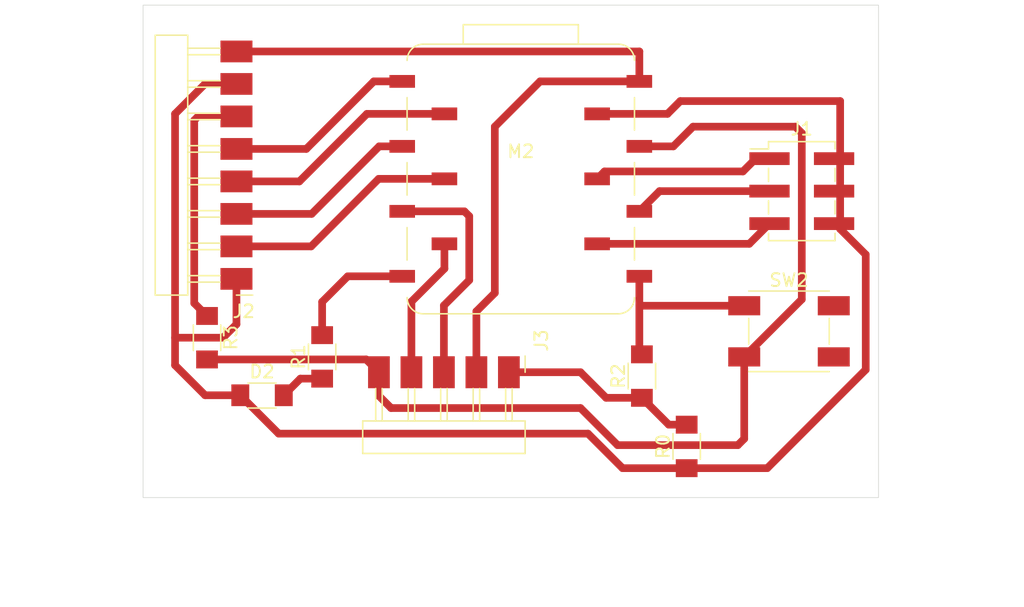
<source format=kicad_pcb>
(kicad_pcb (version 20240108) (generator "pcbnew") (generator_version "8.0")
  (layers (0 "F.Cu" signal) (31 "B.Cu" signal) (34 "B.Paste" user) (35 "F.Paste" user) (36 "B.SilkS" user "B.Silkscreen") (37 "F.SilkS" user "F.Silkscreen") (38 "B.Mask" user) (39 "F.Mask" user) (44 "Edge.Cuts" user))
  (net 0 "")
  (net 1 "Net-(D2-A)")
  (net 2 "PWR_GND")
  (net 3 "PWR_5V")
  (net 4 "PWR_3V3")
  (net 5 "A9")
  (net 6 "A10")
  (net 7 "A8")
  (net 8 "A3")
  (net 9 "A0")
  (net 10 "A2")
  (net 11 "A1")
  (net 12 "SDA")
  (net 13 "SCL")
  (net 14 "A6")
  (net 15 "A7")
  (footprint "fab_footprints:R_1206" (layer "F.Cu") (at 122 58.5 90)
    (property "Reference" "R1" (at 0 -1.85 -90) (layer "F.SilkS"))
    (property "Value" "1k")
    (fp_line (start -1 -1.07) (end 1 -1.07) (stroke (width 0.12)) (layer "F.SilkS"))
    (fp_line (start 1 1.07) (end -1 1.07) (stroke (width 0.12)) (layer "F.SilkS"))
    (pad "1" smd rect (at -1.7 0 90) (size 1.4 1.7) (layers "F.Cu" "F.Paste" "F.Mask") (net 1 "Net-(D2-A)"))
    (pad "2" smd rect (at 1.7 0 90) (size 1.4 1.7) (layers "F.Cu" "F.Paste" "F.Mask") (net 14 "A6"))
  )
  (footprint "fab_footprints:PinHeader_2x03_P2.54mm_Vertical_SMD" (layer "F.Cu") (at 159.5 45.54)
    (property "Reference" "J1" (at 0 -4.87 0) (layer "F.SilkS"))
    (property "Value" "Conn_PinHeader_2x03_P2.54mm_Vertical_SMD")
    (fp_line (start -4.04 -3.3) (end -2.6 -3.3) (stroke (width 0.12)) (layer "F.SilkS"))
    (fp_line (start -2.6 -3.87) (end -2.6 -3.3) (stroke (width 0.12)) (layer "F.SilkS"))
    (fp_line (start -2.6 -3.87) (end 2.6 -3.87) (stroke (width 0.12)) (layer "F.SilkS"))
    (fp_line (start -2.6 -1.78) (end -2.6 -0.76) (stroke (width 0.12)) (layer "F.SilkS"))
    (fp_line (start -2.6 0.76) (end -2.6 1.78) (stroke (width 0.12)) (layer "F.SilkS"))
    (fp_line (start -2.6 3.3) (end -2.6 3.87) (stroke (width 0.12)) (layer "F.SilkS"))
    (fp_line (start -2.6 3.87) (end 2.6 3.87) (stroke (width 0.12)) (layer "F.SilkS"))
    (fp_line (start 2.6 -3.87) (end 2.6 -3.3) (stroke (width 0.12)) (layer "F.SilkS"))
    (fp_line (start 2.6 -1.78) (end 2.6 -0.76) (stroke (width 0.12)) (layer "F.SilkS"))
    (fp_line (start 2.6 0.76) (end 2.6 1.78) (stroke (width 0.12)) (layer "F.SilkS"))
    (fp_line (start 2.6 3.3) (end 2.6 3.87) (stroke (width 0.12)) (layer "F.SilkS"))
    (pad "1" smd rect (at -2.525 -2.54) (size 3.15 1) (layers "F.Cu" "F.Paste" "F.Mask") (net 6 "A10"))
    (pad "2" smd rect (at 2.525 -2.54) (size 3.15 1) (layers "F.Cu" "F.Paste" "F.Mask") (net 2 "PWR_GND"))
    (pad "3" smd rect (at -2.525 0) (size 3.15 1) (layers "F.Cu" "F.Paste" "F.Mask") (net 5 "A9"))
    (pad "4" smd rect (at 2.525 0) (size 3.15 1) (layers "F.Cu" "F.Paste" "F.Mask") (net 2 "PWR_GND"))
    (pad "5" smd rect (at -2.525 2.54) (size 3.15 1) (layers "F.Cu" "F.Paste" "F.Mask") (net 7 "A8"))
    (pad "6" smd rect (at 2.525 2.54) (size 3.15 1) (layers "F.Cu" "F.Paste" "F.Mask") (net 2 "PWR_GND"))
  )
  (footprint "fab_footprints:PinHeader_1x05_P2.54mm_Horizontal_SMD" (layer "F.Cu") (at 136.6 59.7 -90)
    (property "Reference" "J3" (at -1.524 -2.54 90) (layer "F.SilkS") (effects (justify left)))
    (property "Value" "Conn_PinHeader_1x05_P2.54mm_Horizontal_SMD")
    (fp_line (start 3.81 11.43) (end 3.81 -1.27) (stroke (width 0.12)) (layer "F.SilkS"))
    (fp_line (start 6.35 11.43) (end 3.81 11.43) (stroke (width 0.12)) (layer "F.SilkS"))
    (fp_line (start 3.81 10.414) (end 1.27 10.414) (stroke (width 0.12)) (layer "F.SilkS"))
    (fp_line (start 3.81 9.906) (end 1.27 9.906) (stroke (width 0.12)) (layer "F.SilkS"))
    (fp_line (start 3.81 7.874) (end 1.27 7.874) (stroke (width 0.12)) (layer "F.SilkS"))
    (fp_line (start 3.81 7.366) (end 1.27 7.366) (stroke (width 0.12)) (layer "F.SilkS"))
    (fp_line (start 3.81 5.334) (end 1.27 5.334) (stroke (width 0.12)) (layer "F.SilkS"))
    (fp_line (start 3.81 4.826) (end 1.27 4.826) (stroke (width 0.12)) (layer "F.SilkS"))
    (fp_line (start 3.81 2.794) (end 1.27 2.794) (stroke (width 0.12)) (layer "F.SilkS"))
    (fp_line (start 3.81 2.286) (end 1.27 2.286) (stroke (width 0.12)) (layer "F.SilkS"))
    (fp_line (start 3.81 0.254) (end 1.27 0.254) (stroke (width 0.12)) (layer "F.SilkS"))
    (fp_line (start 3.81 -0.254) (end 1.27 -0.254) (stroke (width 0.12)) (layer "F.SilkS"))
    (fp_line (start -1.27 -1.27) (end 0 -1.27) (stroke (width 0.12)) (layer "F.SilkS"))
    (fp_line (start 3.81 -1.27) (end 6.35 -1.27) (stroke (width 0.12)) (layer "F.SilkS"))
    (fp_line (start 6.35 -1.27) (end 6.35 11.43) (stroke (width 0.12)) (layer "F.SilkS"))
    (pad "1" smd rect (at 0 0 270) (size 2.5 1.7) (layers "F.Cu" "F.Paste" "F.Mask") (net 2 "PWR_GND"))
    (pad "2" smd rect (at 0 2.54 270) (size 2.5 1.7) (layers "F.Cu" "F.Paste" "F.Mask") (net 3 "PWR_5V"))
    (pad "3" smd rect (at 0 5.08 270) (size 2.5 1.7) (layers "F.Cu" "F.Paste" "F.Mask") (net 12 "SDA"))
    (pad "4" smd rect (at 0 7.62 270) (size 2.5 1.7) (layers "F.Cu" "F.Paste" "F.Mask") (net 13 "SCL"))
    (pad "5" smd rect (at 0 10.16 270) (size 2.5 1.7) (layers "F.Cu" "F.Paste" "F.Mask") (net 4 "PWR_3V3"))
  )
  (footprint "fab_footprints:R_1206" (layer "F.Cu") (at 147 60 90)
    (property "Reference" "R2" (at 0 -1.85 -90) (layer "F.SilkS"))
    (property "Value" "R470")
    (fp_line (start -1 -1.07) (end 1 -1.07) (stroke (width 0.12)) (layer "F.SilkS"))
    (fp_line (start 1 1.07) (end -1 1.07) (stroke (width 0.12)) (layer "F.SilkS"))
    (pad "1" smd rect (at -1.7 0 90) (size 1.4 1.7) (layers "F.Cu" "F.Paste" "F.Mask") (net 2 "PWR_GND"))
    (pad "2" smd rect (at 1.7 0 90) (size 1.4 1.7) (layers "F.Cu" "F.Paste" "F.Mask") (net 15 "A7"))
  )
  (footprint "fab_footprints:SeeedStudio_XIAO_SocketSMD" (layer "F.Cu") (at 137.53 44.58)
    (property "Reference" "M2" (at 0.0025 -2.149 0) (layer "F.SilkS"))
    (property "Value" "Module_XIAO-RP2040_SocketSMD")
    (fp_line (start -8.89 -6.35) (end -8.89 -3.81) (stroke (width 0.12)) (layer "F.SilkS"))
    (fp_line (start -8.89 -1.27) (end -8.89 1.27) (stroke (width 0.12)) (layer "F.SilkS"))
    (fp_line (start -8.89 3.81) (end -8.89 6.35) (stroke (width 0.12)) (layer "F.SilkS"))
    (fp_line (start -7.6175 -10.531) (end 7.6225 -10.531) (stroke (width 0.12)) (layer "F.SilkS"))
    (fp_line (start 7.6225 10.551) (end -7.6175 10.551) (stroke (width 0.12)) (layer "F.SilkS"))
    (fp_line (start 8.89 -6.35) (end 8.89 -3.81) (stroke (width 0.12)) (layer "F.SilkS"))
    (fp_line (start 8.89 -1.27) (end 8.89 1.27) (stroke (width 0.12)) (layer "F.SilkS"))
    (fp_line (start 8.89 3.81) (end 8.89 6.35) (stroke (width 0.12)) (layer "F.SilkS"))
    (fp_rect (start -4.4975 -10.531) (end 4.5025 -12.055) (stroke (width 0.12)) (fill none) (layer "F.SilkS"))
    (fp_arc (start -8.8875 -9.261) (mid -8.515526 -10.159026) (end -7.6175 -10.531) (stroke (width 0.12)) (layer "F.SilkS"))
    (fp_arc (start -7.6175 10.551) (mid -8.515526 10.179026) (end -8.8875 9.281) (stroke (width 0.12)) (layer "F.SilkS"))
    (fp_arc (start 7.6225 -10.531) (mid 8.520526 -10.159026) (end 8.8925 -9.261) (stroke (width 0.12)) (layer "F.SilkS"))
    (fp_arc (start 8.8925 9.281) (mid 8.520526 10.179026) (end 7.6225 10.551) (stroke (width 0.12)) (layer "F.SilkS"))
    (pad "1" smd rect (at -9.27 -7.62) (size 2 1) (layers "F.Cu" "F.Paste" "F.Mask") (net 9 "A0"))
    (pad "2" smd rect (at -5.97 -5.08) (size 2 1) (layers "F.Cu" "F.Paste" "F.Mask") (net 11 "A1"))
    (pad "3" smd rect (at -9.27 -2.54) (size 2 1) (layers "F.Cu" "F.Paste" "F.Mask") (net 10 "A2"))
    (pad "4" smd rect (at -5.97 0) (size 2 1) (layers "F.Cu" "F.Paste" "F.Mask") (net 8 "A3"))
    (pad "5" smd rect (at -9.27 2.54) (size 2 1) (layers "F.Cu" "F.Paste" "F.Mask") (net 12 "SDA"))
    (pad "6" smd rect (at -5.97 5.08) (size 2 1) (layers "F.Cu" "F.Paste" "F.Mask") (net 13 "SCL"))
    (pad "7" smd rect (at -9.27 7.62) (size 2 1) (layers "F.Cu" "F.Paste" "F.Mask") (net 14 "A6"))
    (pad "8" smd rect (at 9.27 7.62) (size 2 1) (layers "F.Cu" "F.Paste" "F.Mask") (net 15 "A7"))
    (pad "9" smd rect (at 5.97 5.08) (size 2 1) (layers "F.Cu" "F.Paste" "F.Mask") (net 7 "A8"))
    (pad "10" smd rect (at 9.27 2.54) (size 2 1) (layers "F.Cu" "F.Paste" "F.Mask") (net 5 "A9"))
    (pad "11" smd rect (at 5.97 0) (size 2 1) (layers "F.Cu" "F.Paste" "F.Mask") (net 6 "A10"))
    (pad "12" smd rect (at 9.27 -2.54) (size 2 1) (layers "F.Cu" "F.Paste" "F.Mask") (net 4 "PWR_3V3"))
    (pad "13" smd rect (at 5.97 -5.08) (size 2 1) (layers "F.Cu" "F.Paste" "F.Mask") (net 2 "PWR_GND"))
    (pad "14" smd rect (at 9.27 -7.62) (size 2 1) (layers "F.Cu" "F.Paste" "F.Mask") (net 3 "PWR_5V"))
  )
  (footprint "fab_footprints:Button_Omron_B3SN_6.0x6.0mm" (layer "F.Cu") (at 158.5 56.5)
    (property "Reference" "SW2" (at 0 -4 0) (layer "F.SilkS"))
    (property "Value" "Switch_Tactile_Omron")
    (fp_line (start -3.15 -3.15) (end 3.15 -3.15) (stroke (width 0.12)) (layer "F.SilkS"))
    (fp_line (start -3.15 1) (end -3.15 -1) (stroke (width 0.12)) (layer "F.SilkS"))
    (fp_line (start 3.15 -1) (end 3.15 1) (stroke (width 0.12)) (layer "F.SilkS"))
    (fp_line (start 3.15 3.15) (end -3.15 3.15) (stroke (width 0.12)) (layer "F.SilkS"))
    (pad "1" smd rect (at -3.5 -2) (size 2.5 1.5) (layers "F.Cu" "F.Paste" "F.Mask") (net 15 "A7"))
    (pad "1" smd rect (at 3.5 -2) (size 2.5 1.5) (layers "F.Cu" "F.Paste" "F.Mask") (net 15 "A7"))
    (pad "2" smd rect (at -3.5 2) (size 2.5 1.5) (layers "F.Cu" "F.Paste" "F.Mask") (net 4 "PWR_3V3"))
    (pad "2" smd rect (at 3.5 2) (size 2.5 1.5) (layers "F.Cu" "F.Paste" "F.Mask") (net 4 "PWR_3V3"))
  )
  (footprint "fab_footprints:R_1206" (layer "F.Cu") (at 150.5 65.5 90)
    (property "Reference" "R0" (at 0 -1.85 -90) (layer "F.SilkS"))
    (property "Value" "0")
    (fp_line (start -1 -1.07) (end 1 -1.07) (stroke (width 0.12)) (layer "F.SilkS"))
    (fp_line (start 1 1.07) (end -1 1.07) (stroke (width 0.12)) (layer "F.SilkS"))
    (pad "1" smd rect (at -1.7 0 90) (size 1.4 1.7) (layers "F.Cu" "F.Paste" "F.Mask") (net 2 "PWR_GND"))
    (pad "2" smd rect (at 1.7 0 90) (size 1.4 1.7) (layers "F.Cu" "F.Paste" "F.Mask") (net 2 "PWR_GND"))
  )
  (footprint "fab_footprints:PinHeader_1x08_P2.54mm_Horizontal_SMD" (layer "F.Cu") (at 115.3 52.4 180)
    (property "Reference" "J2" (at -1.524 -2.54 180) (layer "F.SilkS") (effects (justify right)))
    (property "Value" "Conn_PinHeader_1x08_P2.54mm_Horizontal_SMD")
    (fp_line (start 6.35 19.05) (end 3.81 19.05) (stroke (width 0.12)) (layer "F.SilkS"))
    (fp_line (start 6.35 -1.27) (end 6.35 19.05) (stroke (width 0.12)) (layer "F.SilkS"))
    (fp_line (start 3.81 19.05) (end 3.81 -1.27) (stroke (width 0.12)) (layer "F.SilkS"))
    (fp_line (start 3.81 18.034) (end 1.27 18.034) (stroke (width 0.12)) (layer "F.SilkS"))
    (fp_line (start 3.81 17.526) (end 1.27 17.526) (stroke (width 0.12)) (layer "F.SilkS"))
    (fp_line (start 3.81 15.494) (end 1.27 15.494) (stroke (width 0.12)) (layer "F.SilkS"))
    (fp_line (start 3.81 14.986) (end 1.27 14.986) (stroke (width 0.12)) (layer "F.SilkS"))
    (fp_line (start 3.81 12.954) (end 1.27 12.954) (stroke (width 0.12)) (layer "F.SilkS"))
    (fp_line (start 3.81 12.446) (end 1.27 12.446) (stroke (width 0.12)) (layer "F.SilkS"))
    (fp_line (start 3.81 10.414) (end 1.27 10.414) (stroke (width 0.12)) (layer "F.SilkS"))
    (fp_line (start 3.81 9.906) (end 1.27 9.906) (stroke (width 0.12)) (layer "F.SilkS"))
    (fp_line (start 3.81 7.874) (end 1.27 7.874) (stroke (width 0.12)) (layer "F.SilkS"))
    (fp_line (start 3.81 7.366) (end 1.27 7.366) (stroke (width 0.12)) (layer "F.SilkS"))
    (fp_line (start 3.81 5.334) (end 1.27 5.334) (stroke (width 0.12)) (layer "F.SilkS"))
    (fp_line (start 3.81 4.826) (end 1.27 4.826) (stroke (width 0.12)) (layer "F.SilkS"))
    (fp_line (start 3.81 2.794) (end 1.27 2.794) (stroke (width 0.12)) (layer "F.SilkS"))
    (fp_line (start 3.81 2.286) (end 1.27 2.286) (stroke (width 0.12)) (layer "F.SilkS"))
    (fp_line (start 3.81 0.254) (end 1.27 0.254) (stroke (width 0.12)) (layer "F.SilkS"))
    (fp_line (start 3.81 -0.254) (end 1.27 -0.254) (stroke (width 0.12)) (layer "F.SilkS"))
    (fp_line (start 3.81 -1.27) (end 6.35 -1.27) (stroke (width 0.12)) (layer "F.SilkS"))
    (fp_line (start -1.27 -1.27) (end 0 -1.27) (stroke (width 0.12)) (layer "F.SilkS"))
    (pad "1" smd rect (at 0 0 180) (size 2.5 1.7) (layers "F.Cu" "F.Paste" "F.Mask") (net 2 "PWR_GND"))
    (pad "2" smd rect (at 0 2.54 180) (size 2.5 1.7) (layers "F.Cu" "F.Paste" "F.Mask") (net 8 "A3"))
    (pad "3" smd rect (at 0 5.08 180) (size 2.5 1.7) (layers "F.Cu" "F.Paste" "F.Mask") (net 10 "A2"))
    (pad "4" smd rect (at 0 7.62 180) (size 2.5 1.7) (layers "F.Cu" "F.Paste" "F.Mask") (net 11 "A1"))
    (pad "5" smd rect (at 0 10.16 180) (size 2.5 1.7) (layers "F.Cu" "F.Paste" "F.Mask") (net 9 "A0"))
    (pad "6" smd rect (at 0 12.7 180) (size 2.5 1.7) (layers "F.Cu" "F.Paste" "F.Mask") (net 4 "PWR_3V3"))
    (pad "7" smd rect (at 0 15.24 180) (size 2.5 1.7) (layers "F.Cu" "F.Paste" "F.Mask") (net 2 "PWR_GND"))
    (pad "8" smd rect (at 0 17.78 180) (size 2.5 1.7) (layers "F.Cu" "F.Paste" "F.Mask") (net 3 "PWR_5V"))
  )
  (footprint "fab_footprints:LED_1206" (layer "F.Cu") (at 117.3 61.5)
    (property "Reference" "D2" (at 0 -1.85 0) (layer "F.SilkS"))
    (property "Value" "LED_1206")
    (fp_line (start -1.1 -0.95) (end 1.1 -0.95) (stroke (width 0.12)) (layer "F.SilkS"))
    (fp_line (start -1.1 1) (end 1.1 1) (stroke (width 0.12)) (layer "F.SilkS"))
    (pad "1" smd rect (at -1.7 0) (size 1.4 1.7) (layers "F.Cu" "F.Paste" "F.Mask") (net 2 "PWR_GND"))
    (pad "2" smd rect (at 1.7 0) (size 1.4 1.7) (layers "F.Cu" "F.Paste" "F.Mask") (net 1 "Net-(D2-A)"))
  )
  (footprint "fab_footprints:R_1206" (layer "F.Cu") (at 113 57 -90)
    (property "Reference" "R3" (at 0 -1.85 90) (layer "F.SilkS"))
    (property "Value" "0")
    (fp_line (start 1 1.07) (end -1 1.07) (stroke (width 0.12)) (layer "F.SilkS"))
    (fp_line (start -1 -1.07) (end 1 -1.07) (stroke (width 0.12)) (layer "F.SilkS"))
    (pad "1" smd rect (at -1.7 0 270) (size 1.4 1.7) (layers "F.Cu" "F.Paste" "F.Mask") (net 4 "PWR_3V3"))
    (pad "2" smd rect (at 1.7 0 270) (size 1.4 1.7) (layers "F.Cu" "F.Paste" "F.Mask") (net 4 "PWR_3V3"))
  )
  (gr_rect (start 108 31) (end 165.5 69.5) (stroke (width 0.05)) (fill none) (layer "Edge.Cuts"))
  (segment (start 120.3 60.2) (end 119 61.5) (width 0.6) (layer "F.Cu") (net 1))
  (segment (start 122 60.2) (end 120.3 60.2) (width 0.6) (layer "F.Cu") (net 1))
  (segment (start 143.5 39.5) (end 149 39.5) (width 0.6) (layer "F.Cu") (net 2))
  (segment (start 110.5 59.15) (end 112.85 61.5) (width 0.6) (layer "F.Cu") (net 2))
  (segment (start 110.5 57) (end 114.25 57) (width 0.6) (layer "F.Cu") (net 2))
  (segment (start 149.1 63.8) (end 147 61.7) (width 0.6) (layer "F.Cu") (net 2))
  (segment (start 145.485786 67.2) (end 150.5 67.2) (width 0.6) (layer "F.Cu") (net 2))
  (segment (start 118.6 64.5) (end 142.785786 64.5) (width 0.6) (layer "F.Cu") (net 2))
  (segment (start 164.5 59.5) (end 156.8 67.2) (width 0.6) (layer "F.Cu") (net 2))
  (segment (start 150.5 63.8) (end 149.1 63.8) (width 0.6) (layer "F.Cu") (net 2))
  (segment (start 110.5 39.5) (end 110.5 59.15) (width 0.6) (layer "F.Cu") (net 2))
  (segment (start 142.785786 64.5) (end 145.485786 67.2) (width 0.6) (layer "F.Cu") (net 2))
  (segment (start 142.2 59.7) (end 136.6 59.7) (width 0.6) (layer "F.Cu") (net 2))
  (segment (start 115.3 37.16) (end 112.84 37.16) (width 0.6) (layer "F.Cu") (net 2))
  (segment (start 115.6 61.5) (end 118.6 64.5) (width 0.6) (layer "F.Cu") (net 2))
  (segment (start 112.84 37.16) (end 110.5 39.5) (width 0.6) (layer "F.Cu") (net 2))
  (segment (start 144.2 61.7) (end 142.2 59.7) (width 0.6) (layer "F.Cu") (net 2))
  (segment (start 147 61.7) (end 144.2 61.7) (width 0.6) (layer "F.Cu") (net 2))
  (segment (start 149 39.5) (end 150 38.5) (width 0.6) (layer "F.Cu") (net 2))
  (segment (start 114.25 57) (end 115.3 55.95) (width 0.6) (layer "F.Cu") (net 2))
  (segment (start 164.5 50.5) (end 164.5 59.5) (width 0.6) (layer "F.Cu") (net 2))
  (segment (start 162.5 48.5) (end 164.5 50.5) (width 0.6) (layer "F.Cu") (net 2))
  (segment (start 156.8 67.2) (end 150.5 67.2) (width 0.6) (layer "F.Cu") (net 2))
  (segment (start 115.3 55.95) (end 115.3 52.4) (width 0.6) (layer "F.Cu") (net 2))
  (segment (start 150 38.5) (end 162.5 38.5) (width 0.6) (layer "F.Cu") (net 2))
  (segment (start 162.5 38.5) (end 162.5 48.5) (width 0.6) (layer "F.Cu") (net 2))
  (segment (start 112.85 61.5) (end 115.6 61.5) (width 0.6) (layer "F.Cu") (net 2))
  (segment (start 135.5 40.5) (end 135.5 53.5) (width 0.6) (layer "F.Cu") (net 3))
  (segment (start 139.04 36.96) (end 135.5 40.5) (width 0.6) (layer "F.Cu") (net 3))
  (segment (start 146.8 34.62) (end 115.3 34.62) (width 0.6) (layer "F.Cu") (net 3))
  (segment (start 146.8 36.96) (end 139.04 36.96) (width 0.6) (layer "F.Cu") (net 3))
  (segment (start 135.5 53.5) (end 134.06 54.94) (width 0.6) (layer "F.Cu") (net 3))
  (segment (start 146.8 34.62) (end 146.8 36.96) (width 0.6) (layer "F.Cu") (net 3))
  (segment (start 134.06 54.94) (end 134.06 59.7) (width 0.6) (layer "F.Cu") (net 3))
  (segment (start 142.2 62.5) (end 127.39 62.5) (width 0.6) (layer "F.Cu") (net 4))
  (segment (start 146.8 42.04) (end 149.46 42.04) (width 0.6) (layer "F.Cu") (net 4))
  (segment (start 113 55.3) (end 112 54.3) (width 0.6) (layer "F.Cu") (net 4))
  (segment (start 127.39 62.5) (end 126.44 61.55) (width 0.6) (layer "F.Cu") (net 4))
  (segment (start 126.44 61.55) (end 126.44 59.7) (width 0.6) (layer "F.Cu") (net 4))
  (segment (start 112 54.3) (end 112 40) (width 0.6) (layer "F.Cu") (net 4))
  (segment (start 154.5 65.4) (end 145.1 65.4) (width 0.6) (layer "F.Cu") (net 4))
  (segment (start 145.1 65.4) (end 142.2 62.5) (width 0.6) (layer "F.Cu") (net 4))
  (segment (start 155 58.5) (end 155 64.9) (width 0.6) (layer "F.Cu") (net 4))
  (segment (start 159 40.5) (end 159.5 41) (width 0.6) (layer "F.Cu") (net 4))
  (segment (start 151 40.5) (end 159 40.5) (width 0.6) (layer "F.Cu") (net 4))
  (segment (start 149.46 42.04) (end 151 40.5) (width 0.6) (layer "F.Cu") (net 4))
  (segment (start 155 58.5) (end 159.5 54) (width 0.6) (layer "F.Cu") (net 4))
  (segment (start 126.44 59.7) (end 125.44 58.7) (width 0.6) (layer "F.Cu") (net 4))
  (segment (start 155 64.9) (end 154.5 65.4) (width 0.6) (layer "F.Cu") (net 4))
  (segment (start 112 40) (end 112.3 39.7) (width 0.6) (layer "F.Cu") (net 4))
  (segment (start 159.5 54) (end 159.5 41) (width 0.6) (layer "F.Cu") (net 4))
  (segment (start 112.3 39.7) (end 115.3 39.7) (width 0.6) (layer "F.Cu") (net 4))
  (segment (start 125.44 58.7) (end 113 58.7) (width 0.6) (layer "F.Cu") (net 4))
  (segment (start 156.975 45.54) (end 148.38 45.54) (width 0.6) (layer "F.Cu") (net 5))
  (segment (start 148.38 45.54) (end 146.8 47.12) (width 0.6) (layer "F.Cu") (net 5))
  (segment (start 154.9 44) (end 155.9 43) (width 0.6) (layer "F.Cu") (net 6))
  (segment (start 144.08 44) (end 154.9 44) (width 0.6) (layer "F.Cu") (net 6))
  (segment (start 143.5 44.58) (end 144.08 44) (width 0.6) (layer "F.Cu") (net 6))
  (segment (start 156.975 48.08) (end 155.395 49.66) (width 0.6) (layer "F.Cu") (net 7))
  (segment (start 155.395 49.66) (end 143.5 49.66) (width 0.6) (layer "F.Cu") (net 7))
  (segment (start 131.56 44.58) (end 126.42 44.58) (width 0.6) (layer "F.Cu") (net 8))
  (segment (start 121.14 49.86) (end 115.3 49.86) (width 0.6) (layer "F.Cu") (net 8))
  (segment (start 126.42 44.58) (end 121.14 49.86) (width 0.6) (layer "F.Cu") (net 8))
  (segment (start 120.76 42.24) (end 126.04 36.96) (width 0.6) (layer "F.Cu") (net 9))
  (segment (start 115.3 42.24) (end 120.76 42.24) (width 0.6) (layer "F.Cu") (net 9))
  (segment (start 126.04 36.96) (end 128.26 36.96) (width 0.6) (layer "F.Cu") (net 9))
  (segment (start 128.26 42.04) (end 127.76 42.04) (width 0.4) (layer "F.Cu") (net 10))
  (segment (start 121.18 47.32) (end 115.3 47.32) (width 0.6) (layer "F.Cu") (net 10))
  (segment (start 127.76 42.04) (end 126.46 42.04) (width 0.6) (layer "F.Cu") (net 10))
  (segment (start 126.46 42.04) (end 121.18 47.32) (width 0.6) (layer "F.Cu") (net 10))
  (segment (start 120.22 44.78) (end 125.5 39.5) (width 0.6) (layer "F.Cu") (net 11))
  (segment (start 125.5 39.5) (end 131.56 39.5) (width 0.6) (layer "F.Cu") (net 11))
  (segment (start 115.3 44.78) (end 120.22 44.78) (width 0.6) (layer "F.Cu") (net 11))
  (segment (start 131.52 54.48) (end 131.52 59.7) (width 0.6) (layer "F.Cu") (net 12))
  (segment (start 128.26 47.12) (end 133.12 47.12) (width 0.6) (layer "F.Cu") (net 12))
  (segment (start 133.12 47.12) (end 133.5 47.5) (width 0.6) (layer "F.Cu") (net 12))
  (segment (start 133.5 47.5) (end 133.5 52.5) (width 0.6) (layer "F.Cu") (net 12))
  (segment (start 133.5 52.5) (end 131.52 54.48) (width 0.6) (layer "F.Cu") (net 12))
  (segment (start 128.26 47.12) (end 128.26 47) (width 0.4) (layer "F.Cu") (net 12))
  (segment (start 131.56 49.66) (end 131.56 51.6) (width 0.6) (layer "F.Cu") (net 13))
  (segment (start 131.56 51.6) (end 128.98 54.18) (width 0.6) (layer "F.Cu") (net 13))
  (segment (start 128.98 54.18) (end 128.98 59.7) (width 0.6) (layer "F.Cu") (net 13))
  (segment (start 128.26 52.2) (end 124 52.2) (width 0.6) (layer "F.Cu") (net 14))
  (segment (start 124 52.2) (end 122 54.2) (width 0.6) (layer "F.Cu") (net 14))
  (segment (start 122 54.2) (end 122 56.8) (width 0.6) (layer "F.Cu") (net 14))
  (segment (start 146.8 54.5) (end 155 54.5) (width 0.6) (layer "F.Cu") (net 15))
  (segment (start 147 58.3) (end 146.8 58.1) (width 0.4) (layer "F.Cu") (net 15))
  (segment (start 147.2 58.5) (end 147 58.3) (width 0.4) (layer "F.Cu") (net 15))
  (segment (start 146.8 58.1) (end 146.8 52.2) (width 0.6) (layer "F.Cu") (net 15))
)
</source>
